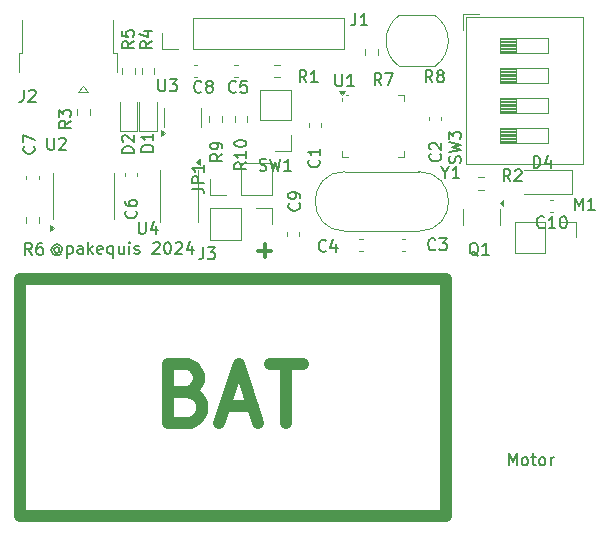
<source format=gbr>
%TF.GenerationSoftware,KiCad,Pcbnew,8.0.1*%
%TF.CreationDate,2024-06-30T08:56:46-03:00*%
%TF.ProjectId,chaos_papagali,6368616f-735f-4706-9170-6167616c692e,rev?*%
%TF.SameCoordinates,Original*%
%TF.FileFunction,Legend,Top*%
%TF.FilePolarity,Positive*%
%FSLAX46Y46*%
G04 Gerber Fmt 4.6, Leading zero omitted, Abs format (unit mm)*
G04 Created by KiCad (PCBNEW 8.0.1) date 2024-06-30 08:56:46*
%MOMM*%
%LPD*%
G01*
G04 APERTURE LIST*
%ADD10C,1.000000*%
%ADD11C,0.200000*%
%ADD12C,0.300000*%
%ADD13C,0.150000*%
%ADD14C,0.120000*%
G04 APERTURE END LIST*
D10*
X109855000Y-96393000D02*
X145923000Y-96393000D01*
X145923000Y-116459000D01*
X109855000Y-116459000D01*
X109855000Y-96393000D01*
X124038036Y-105937047D02*
X124752322Y-106175142D01*
X124752322Y-106175142D02*
X124990417Y-106413238D01*
X124990417Y-106413238D02*
X125228513Y-106889428D01*
X125228513Y-106889428D02*
X125228513Y-107603714D01*
X125228513Y-107603714D02*
X124990417Y-108079904D01*
X124990417Y-108079904D02*
X124752322Y-108318000D01*
X124752322Y-108318000D02*
X124276132Y-108556095D01*
X124276132Y-108556095D02*
X122371370Y-108556095D01*
X122371370Y-108556095D02*
X122371370Y-103556095D01*
X122371370Y-103556095D02*
X124038036Y-103556095D01*
X124038036Y-103556095D02*
X124514227Y-103794190D01*
X124514227Y-103794190D02*
X124752322Y-104032285D01*
X124752322Y-104032285D02*
X124990417Y-104508476D01*
X124990417Y-104508476D02*
X124990417Y-104984666D01*
X124990417Y-104984666D02*
X124752322Y-105460857D01*
X124752322Y-105460857D02*
X124514227Y-105698952D01*
X124514227Y-105698952D02*
X124038036Y-105937047D01*
X124038036Y-105937047D02*
X122371370Y-105937047D01*
X127133274Y-107127523D02*
X129514227Y-107127523D01*
X126657084Y-108556095D02*
X128323751Y-103556095D01*
X128323751Y-103556095D02*
X129990417Y-108556095D01*
X130942798Y-103556095D02*
X133799941Y-103556095D01*
X132371369Y-108556095D02*
X132371369Y-103556095D01*
D11*
X113129720Y-93752028D02*
X113082101Y-93704409D01*
X113082101Y-93704409D02*
X112986863Y-93656790D01*
X112986863Y-93656790D02*
X112891625Y-93656790D01*
X112891625Y-93656790D02*
X112796387Y-93704409D01*
X112796387Y-93704409D02*
X112748768Y-93752028D01*
X112748768Y-93752028D02*
X112701149Y-93847266D01*
X112701149Y-93847266D02*
X112701149Y-93942504D01*
X112701149Y-93942504D02*
X112748768Y-94037742D01*
X112748768Y-94037742D02*
X112796387Y-94085361D01*
X112796387Y-94085361D02*
X112891625Y-94132980D01*
X112891625Y-94132980D02*
X112986863Y-94132980D01*
X112986863Y-94132980D02*
X113082101Y-94085361D01*
X113082101Y-94085361D02*
X113129720Y-94037742D01*
X113129720Y-93656790D02*
X113129720Y-94037742D01*
X113129720Y-94037742D02*
X113177339Y-94085361D01*
X113177339Y-94085361D02*
X113224958Y-94085361D01*
X113224958Y-94085361D02*
X113320197Y-94037742D01*
X113320197Y-94037742D02*
X113367816Y-93942504D01*
X113367816Y-93942504D02*
X113367816Y-93704409D01*
X113367816Y-93704409D02*
X113272578Y-93561552D01*
X113272578Y-93561552D02*
X113129720Y-93466314D01*
X113129720Y-93466314D02*
X112939244Y-93418695D01*
X112939244Y-93418695D02*
X112748768Y-93466314D01*
X112748768Y-93466314D02*
X112605911Y-93561552D01*
X112605911Y-93561552D02*
X112510673Y-93704409D01*
X112510673Y-93704409D02*
X112463054Y-93894885D01*
X112463054Y-93894885D02*
X112510673Y-94085361D01*
X112510673Y-94085361D02*
X112605911Y-94228219D01*
X112605911Y-94228219D02*
X112748768Y-94323457D01*
X112748768Y-94323457D02*
X112939244Y-94371076D01*
X112939244Y-94371076D02*
X113129720Y-94323457D01*
X113129720Y-94323457D02*
X113272578Y-94228219D01*
X113796387Y-93561552D02*
X113796387Y-94561552D01*
X113796387Y-93609171D02*
X113891625Y-93561552D01*
X113891625Y-93561552D02*
X114082101Y-93561552D01*
X114082101Y-93561552D02*
X114177339Y-93609171D01*
X114177339Y-93609171D02*
X114224958Y-93656790D01*
X114224958Y-93656790D02*
X114272577Y-93752028D01*
X114272577Y-93752028D02*
X114272577Y-94037742D01*
X114272577Y-94037742D02*
X114224958Y-94132980D01*
X114224958Y-94132980D02*
X114177339Y-94180600D01*
X114177339Y-94180600D02*
X114082101Y-94228219D01*
X114082101Y-94228219D02*
X113891625Y-94228219D01*
X113891625Y-94228219D02*
X113796387Y-94180600D01*
X115129720Y-94228219D02*
X115129720Y-93704409D01*
X115129720Y-93704409D02*
X115082101Y-93609171D01*
X115082101Y-93609171D02*
X114986863Y-93561552D01*
X114986863Y-93561552D02*
X114796387Y-93561552D01*
X114796387Y-93561552D02*
X114701149Y-93609171D01*
X115129720Y-94180600D02*
X115034482Y-94228219D01*
X115034482Y-94228219D02*
X114796387Y-94228219D01*
X114796387Y-94228219D02*
X114701149Y-94180600D01*
X114701149Y-94180600D02*
X114653530Y-94085361D01*
X114653530Y-94085361D02*
X114653530Y-93990123D01*
X114653530Y-93990123D02*
X114701149Y-93894885D01*
X114701149Y-93894885D02*
X114796387Y-93847266D01*
X114796387Y-93847266D02*
X115034482Y-93847266D01*
X115034482Y-93847266D02*
X115129720Y-93799647D01*
X115605911Y-94228219D02*
X115605911Y-93228219D01*
X115701149Y-93847266D02*
X115986863Y-94228219D01*
X115986863Y-93561552D02*
X115605911Y-93942504D01*
X116796387Y-94180600D02*
X116701149Y-94228219D01*
X116701149Y-94228219D02*
X116510673Y-94228219D01*
X116510673Y-94228219D02*
X116415435Y-94180600D01*
X116415435Y-94180600D02*
X116367816Y-94085361D01*
X116367816Y-94085361D02*
X116367816Y-93704409D01*
X116367816Y-93704409D02*
X116415435Y-93609171D01*
X116415435Y-93609171D02*
X116510673Y-93561552D01*
X116510673Y-93561552D02*
X116701149Y-93561552D01*
X116701149Y-93561552D02*
X116796387Y-93609171D01*
X116796387Y-93609171D02*
X116844006Y-93704409D01*
X116844006Y-93704409D02*
X116844006Y-93799647D01*
X116844006Y-93799647D02*
X116367816Y-93894885D01*
X117701149Y-93561552D02*
X117701149Y-94561552D01*
X117701149Y-94180600D02*
X117605911Y-94228219D01*
X117605911Y-94228219D02*
X117415435Y-94228219D01*
X117415435Y-94228219D02*
X117320197Y-94180600D01*
X117320197Y-94180600D02*
X117272578Y-94132980D01*
X117272578Y-94132980D02*
X117224959Y-94037742D01*
X117224959Y-94037742D02*
X117224959Y-93752028D01*
X117224959Y-93752028D02*
X117272578Y-93656790D01*
X117272578Y-93656790D02*
X117320197Y-93609171D01*
X117320197Y-93609171D02*
X117415435Y-93561552D01*
X117415435Y-93561552D02*
X117605911Y-93561552D01*
X117605911Y-93561552D02*
X117701149Y-93609171D01*
X118605911Y-93561552D02*
X118605911Y-94228219D01*
X118177340Y-93561552D02*
X118177340Y-94085361D01*
X118177340Y-94085361D02*
X118224959Y-94180600D01*
X118224959Y-94180600D02*
X118320197Y-94228219D01*
X118320197Y-94228219D02*
X118463054Y-94228219D01*
X118463054Y-94228219D02*
X118558292Y-94180600D01*
X118558292Y-94180600D02*
X118605911Y-94132980D01*
X119082102Y-94228219D02*
X119082102Y-93561552D01*
X119082102Y-93228219D02*
X119034483Y-93275838D01*
X119034483Y-93275838D02*
X119082102Y-93323457D01*
X119082102Y-93323457D02*
X119129721Y-93275838D01*
X119129721Y-93275838D02*
X119082102Y-93228219D01*
X119082102Y-93228219D02*
X119082102Y-93323457D01*
X119510673Y-94180600D02*
X119605911Y-94228219D01*
X119605911Y-94228219D02*
X119796387Y-94228219D01*
X119796387Y-94228219D02*
X119891625Y-94180600D01*
X119891625Y-94180600D02*
X119939244Y-94085361D01*
X119939244Y-94085361D02*
X119939244Y-94037742D01*
X119939244Y-94037742D02*
X119891625Y-93942504D01*
X119891625Y-93942504D02*
X119796387Y-93894885D01*
X119796387Y-93894885D02*
X119653530Y-93894885D01*
X119653530Y-93894885D02*
X119558292Y-93847266D01*
X119558292Y-93847266D02*
X119510673Y-93752028D01*
X119510673Y-93752028D02*
X119510673Y-93704409D01*
X119510673Y-93704409D02*
X119558292Y-93609171D01*
X119558292Y-93609171D02*
X119653530Y-93561552D01*
X119653530Y-93561552D02*
X119796387Y-93561552D01*
X119796387Y-93561552D02*
X119891625Y-93609171D01*
X121082102Y-93323457D02*
X121129721Y-93275838D01*
X121129721Y-93275838D02*
X121224959Y-93228219D01*
X121224959Y-93228219D02*
X121463054Y-93228219D01*
X121463054Y-93228219D02*
X121558292Y-93275838D01*
X121558292Y-93275838D02*
X121605911Y-93323457D01*
X121605911Y-93323457D02*
X121653530Y-93418695D01*
X121653530Y-93418695D02*
X121653530Y-93513933D01*
X121653530Y-93513933D02*
X121605911Y-93656790D01*
X121605911Y-93656790D02*
X121034483Y-94228219D01*
X121034483Y-94228219D02*
X121653530Y-94228219D01*
X122272578Y-93228219D02*
X122367816Y-93228219D01*
X122367816Y-93228219D02*
X122463054Y-93275838D01*
X122463054Y-93275838D02*
X122510673Y-93323457D01*
X122510673Y-93323457D02*
X122558292Y-93418695D01*
X122558292Y-93418695D02*
X122605911Y-93609171D01*
X122605911Y-93609171D02*
X122605911Y-93847266D01*
X122605911Y-93847266D02*
X122558292Y-94037742D01*
X122558292Y-94037742D02*
X122510673Y-94132980D01*
X122510673Y-94132980D02*
X122463054Y-94180600D01*
X122463054Y-94180600D02*
X122367816Y-94228219D01*
X122367816Y-94228219D02*
X122272578Y-94228219D01*
X122272578Y-94228219D02*
X122177340Y-94180600D01*
X122177340Y-94180600D02*
X122129721Y-94132980D01*
X122129721Y-94132980D02*
X122082102Y-94037742D01*
X122082102Y-94037742D02*
X122034483Y-93847266D01*
X122034483Y-93847266D02*
X122034483Y-93609171D01*
X122034483Y-93609171D02*
X122082102Y-93418695D01*
X122082102Y-93418695D02*
X122129721Y-93323457D01*
X122129721Y-93323457D02*
X122177340Y-93275838D01*
X122177340Y-93275838D02*
X122272578Y-93228219D01*
X122986864Y-93323457D02*
X123034483Y-93275838D01*
X123034483Y-93275838D02*
X123129721Y-93228219D01*
X123129721Y-93228219D02*
X123367816Y-93228219D01*
X123367816Y-93228219D02*
X123463054Y-93275838D01*
X123463054Y-93275838D02*
X123510673Y-93323457D01*
X123510673Y-93323457D02*
X123558292Y-93418695D01*
X123558292Y-93418695D02*
X123558292Y-93513933D01*
X123558292Y-93513933D02*
X123510673Y-93656790D01*
X123510673Y-93656790D02*
X122939245Y-94228219D01*
X122939245Y-94228219D02*
X123558292Y-94228219D01*
X124415435Y-93561552D02*
X124415435Y-94228219D01*
X124177340Y-93180600D02*
X123939245Y-93894885D01*
X123939245Y-93894885D02*
X124558292Y-93894885D01*
D12*
X129967510Y-93971400D02*
X131110368Y-93971400D01*
X130538939Y-94542828D02*
X130538939Y-93399971D01*
D13*
X151212779Y-112137819D02*
X151212779Y-111137819D01*
X151212779Y-111137819D02*
X151546112Y-111852104D01*
X151546112Y-111852104D02*
X151879445Y-111137819D01*
X151879445Y-111137819D02*
X151879445Y-112137819D01*
X152498493Y-112137819D02*
X152403255Y-112090200D01*
X152403255Y-112090200D02*
X152355636Y-112042580D01*
X152355636Y-112042580D02*
X152308017Y-111947342D01*
X152308017Y-111947342D02*
X152308017Y-111661628D01*
X152308017Y-111661628D02*
X152355636Y-111566390D01*
X152355636Y-111566390D02*
X152403255Y-111518771D01*
X152403255Y-111518771D02*
X152498493Y-111471152D01*
X152498493Y-111471152D02*
X152641350Y-111471152D01*
X152641350Y-111471152D02*
X152736588Y-111518771D01*
X152736588Y-111518771D02*
X152784207Y-111566390D01*
X152784207Y-111566390D02*
X152831826Y-111661628D01*
X152831826Y-111661628D02*
X152831826Y-111947342D01*
X152831826Y-111947342D02*
X152784207Y-112042580D01*
X152784207Y-112042580D02*
X152736588Y-112090200D01*
X152736588Y-112090200D02*
X152641350Y-112137819D01*
X152641350Y-112137819D02*
X152498493Y-112137819D01*
X153117541Y-111471152D02*
X153498493Y-111471152D01*
X153260398Y-111137819D02*
X153260398Y-111994961D01*
X153260398Y-111994961D02*
X153308017Y-112090200D01*
X153308017Y-112090200D02*
X153403255Y-112137819D01*
X153403255Y-112137819D02*
X153498493Y-112137819D01*
X153974684Y-112137819D02*
X153879446Y-112090200D01*
X153879446Y-112090200D02*
X153831827Y-112042580D01*
X153831827Y-112042580D02*
X153784208Y-111947342D01*
X153784208Y-111947342D02*
X153784208Y-111661628D01*
X153784208Y-111661628D02*
X153831827Y-111566390D01*
X153831827Y-111566390D02*
X153879446Y-111518771D01*
X153879446Y-111518771D02*
X153974684Y-111471152D01*
X153974684Y-111471152D02*
X154117541Y-111471152D01*
X154117541Y-111471152D02*
X154212779Y-111518771D01*
X154212779Y-111518771D02*
X154260398Y-111566390D01*
X154260398Y-111566390D02*
X154308017Y-111661628D01*
X154308017Y-111661628D02*
X154308017Y-111947342D01*
X154308017Y-111947342D02*
X154260398Y-112042580D01*
X154260398Y-112042580D02*
X154212779Y-112090200D01*
X154212779Y-112090200D02*
X154117541Y-112137819D01*
X154117541Y-112137819D02*
X153974684Y-112137819D01*
X154736589Y-112137819D02*
X154736589Y-111471152D01*
X154736589Y-111661628D02*
X154784208Y-111566390D01*
X154784208Y-111566390D02*
X154831827Y-111518771D01*
X154831827Y-111518771D02*
X154927065Y-111471152D01*
X154927065Y-111471152D02*
X155022303Y-111471152D01*
X125182333Y-80496580D02*
X125134714Y-80544200D01*
X125134714Y-80544200D02*
X124991857Y-80591819D01*
X124991857Y-80591819D02*
X124896619Y-80591819D01*
X124896619Y-80591819D02*
X124753762Y-80544200D01*
X124753762Y-80544200D02*
X124658524Y-80448961D01*
X124658524Y-80448961D02*
X124610905Y-80353723D01*
X124610905Y-80353723D02*
X124563286Y-80163247D01*
X124563286Y-80163247D02*
X124563286Y-80020390D01*
X124563286Y-80020390D02*
X124610905Y-79829914D01*
X124610905Y-79829914D02*
X124658524Y-79734676D01*
X124658524Y-79734676D02*
X124753762Y-79639438D01*
X124753762Y-79639438D02*
X124896619Y-79591819D01*
X124896619Y-79591819D02*
X124991857Y-79591819D01*
X124991857Y-79591819D02*
X125134714Y-79639438D01*
X125134714Y-79639438D02*
X125182333Y-79687057D01*
X125753762Y-80020390D02*
X125658524Y-79972771D01*
X125658524Y-79972771D02*
X125610905Y-79925152D01*
X125610905Y-79925152D02*
X125563286Y-79829914D01*
X125563286Y-79829914D02*
X125563286Y-79782295D01*
X125563286Y-79782295D02*
X125610905Y-79687057D01*
X125610905Y-79687057D02*
X125658524Y-79639438D01*
X125658524Y-79639438D02*
X125753762Y-79591819D01*
X125753762Y-79591819D02*
X125944238Y-79591819D01*
X125944238Y-79591819D02*
X126039476Y-79639438D01*
X126039476Y-79639438D02*
X126087095Y-79687057D01*
X126087095Y-79687057D02*
X126134714Y-79782295D01*
X126134714Y-79782295D02*
X126134714Y-79829914D01*
X126134714Y-79829914D02*
X126087095Y-79925152D01*
X126087095Y-79925152D02*
X126039476Y-79972771D01*
X126039476Y-79972771D02*
X125944238Y-80020390D01*
X125944238Y-80020390D02*
X125753762Y-80020390D01*
X125753762Y-80020390D02*
X125658524Y-80068009D01*
X125658524Y-80068009D02*
X125610905Y-80115628D01*
X125610905Y-80115628D02*
X125563286Y-80210866D01*
X125563286Y-80210866D02*
X125563286Y-80401342D01*
X125563286Y-80401342D02*
X125610905Y-80496580D01*
X125610905Y-80496580D02*
X125658524Y-80544200D01*
X125658524Y-80544200D02*
X125753762Y-80591819D01*
X125753762Y-80591819D02*
X125944238Y-80591819D01*
X125944238Y-80591819D02*
X126039476Y-80544200D01*
X126039476Y-80544200D02*
X126087095Y-80496580D01*
X126087095Y-80496580D02*
X126134714Y-80401342D01*
X126134714Y-80401342D02*
X126134714Y-80210866D01*
X126134714Y-80210866D02*
X126087095Y-80115628D01*
X126087095Y-80115628D02*
X126039476Y-80068009D01*
X126039476Y-80068009D02*
X125944238Y-80020390D01*
X110156666Y-80353819D02*
X110156666Y-81068104D01*
X110156666Y-81068104D02*
X110109047Y-81210961D01*
X110109047Y-81210961D02*
X110013809Y-81306200D01*
X110013809Y-81306200D02*
X109870952Y-81353819D01*
X109870952Y-81353819D02*
X109775714Y-81353819D01*
X110585238Y-80449057D02*
X110632857Y-80401438D01*
X110632857Y-80401438D02*
X110728095Y-80353819D01*
X110728095Y-80353819D02*
X110966190Y-80353819D01*
X110966190Y-80353819D02*
X111061428Y-80401438D01*
X111061428Y-80401438D02*
X111109047Y-80449057D01*
X111109047Y-80449057D02*
X111156666Y-80544295D01*
X111156666Y-80544295D02*
X111156666Y-80639533D01*
X111156666Y-80639533D02*
X111109047Y-80782390D01*
X111109047Y-80782390D02*
X110537619Y-81353819D01*
X110537619Y-81353819D02*
X111156666Y-81353819D01*
X128103333Y-80496580D02*
X128055714Y-80544200D01*
X128055714Y-80544200D02*
X127912857Y-80591819D01*
X127912857Y-80591819D02*
X127817619Y-80591819D01*
X127817619Y-80591819D02*
X127674762Y-80544200D01*
X127674762Y-80544200D02*
X127579524Y-80448961D01*
X127579524Y-80448961D02*
X127531905Y-80353723D01*
X127531905Y-80353723D02*
X127484286Y-80163247D01*
X127484286Y-80163247D02*
X127484286Y-80020390D01*
X127484286Y-80020390D02*
X127531905Y-79829914D01*
X127531905Y-79829914D02*
X127579524Y-79734676D01*
X127579524Y-79734676D02*
X127674762Y-79639438D01*
X127674762Y-79639438D02*
X127817619Y-79591819D01*
X127817619Y-79591819D02*
X127912857Y-79591819D01*
X127912857Y-79591819D02*
X128055714Y-79639438D01*
X128055714Y-79639438D02*
X128103333Y-79687057D01*
X129008095Y-79591819D02*
X128531905Y-79591819D01*
X128531905Y-79591819D02*
X128484286Y-80068009D01*
X128484286Y-80068009D02*
X128531905Y-80020390D01*
X128531905Y-80020390D02*
X128627143Y-79972771D01*
X128627143Y-79972771D02*
X128865238Y-79972771D01*
X128865238Y-79972771D02*
X128960476Y-80020390D01*
X128960476Y-80020390D02*
X129008095Y-80068009D01*
X129008095Y-80068009D02*
X129055714Y-80163247D01*
X129055714Y-80163247D02*
X129055714Y-80401342D01*
X129055714Y-80401342D02*
X129008095Y-80496580D01*
X129008095Y-80496580D02*
X128960476Y-80544200D01*
X128960476Y-80544200D02*
X128865238Y-80591819D01*
X128865238Y-80591819D02*
X128627143Y-80591819D01*
X128627143Y-80591819D02*
X128531905Y-80544200D01*
X128531905Y-80544200D02*
X128484286Y-80496580D01*
X110831333Y-94307819D02*
X110498000Y-93831628D01*
X110259905Y-94307819D02*
X110259905Y-93307819D01*
X110259905Y-93307819D02*
X110640857Y-93307819D01*
X110640857Y-93307819D02*
X110736095Y-93355438D01*
X110736095Y-93355438D02*
X110783714Y-93403057D01*
X110783714Y-93403057D02*
X110831333Y-93498295D01*
X110831333Y-93498295D02*
X110831333Y-93641152D01*
X110831333Y-93641152D02*
X110783714Y-93736390D01*
X110783714Y-93736390D02*
X110736095Y-93784009D01*
X110736095Y-93784009D02*
X110640857Y-93831628D01*
X110640857Y-93831628D02*
X110259905Y-93831628D01*
X111688476Y-93307819D02*
X111498000Y-93307819D01*
X111498000Y-93307819D02*
X111402762Y-93355438D01*
X111402762Y-93355438D02*
X111355143Y-93403057D01*
X111355143Y-93403057D02*
X111259905Y-93545914D01*
X111259905Y-93545914D02*
X111212286Y-93736390D01*
X111212286Y-93736390D02*
X111212286Y-94117342D01*
X111212286Y-94117342D02*
X111259905Y-94212580D01*
X111259905Y-94212580D02*
X111307524Y-94260200D01*
X111307524Y-94260200D02*
X111402762Y-94307819D01*
X111402762Y-94307819D02*
X111593238Y-94307819D01*
X111593238Y-94307819D02*
X111688476Y-94260200D01*
X111688476Y-94260200D02*
X111736095Y-94212580D01*
X111736095Y-94212580D02*
X111783714Y-94117342D01*
X111783714Y-94117342D02*
X111783714Y-93879247D01*
X111783714Y-93879247D02*
X111736095Y-93784009D01*
X111736095Y-93784009D02*
X111688476Y-93736390D01*
X111688476Y-93736390D02*
X111593238Y-93688771D01*
X111593238Y-93688771D02*
X111402762Y-93688771D01*
X111402762Y-93688771D02*
X111307524Y-93736390D01*
X111307524Y-93736390D02*
X111259905Y-93784009D01*
X111259905Y-93784009D02*
X111212286Y-93879247D01*
X121539095Y-79464819D02*
X121539095Y-80274342D01*
X121539095Y-80274342D02*
X121586714Y-80369580D01*
X121586714Y-80369580D02*
X121634333Y-80417200D01*
X121634333Y-80417200D02*
X121729571Y-80464819D01*
X121729571Y-80464819D02*
X121920047Y-80464819D01*
X121920047Y-80464819D02*
X122015285Y-80417200D01*
X122015285Y-80417200D02*
X122062904Y-80369580D01*
X122062904Y-80369580D02*
X122110523Y-80274342D01*
X122110523Y-80274342D02*
X122110523Y-79464819D01*
X122491476Y-79464819D02*
X123110523Y-79464819D01*
X123110523Y-79464819D02*
X122777190Y-79845771D01*
X122777190Y-79845771D02*
X122920047Y-79845771D01*
X122920047Y-79845771D02*
X123015285Y-79893390D01*
X123015285Y-79893390D02*
X123062904Y-79941009D01*
X123062904Y-79941009D02*
X123110523Y-80036247D01*
X123110523Y-80036247D02*
X123110523Y-80274342D01*
X123110523Y-80274342D02*
X123062904Y-80369580D01*
X123062904Y-80369580D02*
X123015285Y-80417200D01*
X123015285Y-80417200D02*
X122920047Y-80464819D01*
X122920047Y-80464819D02*
X122634333Y-80464819D01*
X122634333Y-80464819D02*
X122539095Y-80417200D01*
X122539095Y-80417200D02*
X122491476Y-80369580D01*
X126946819Y-85764666D02*
X126470628Y-86097999D01*
X126946819Y-86336094D02*
X125946819Y-86336094D01*
X125946819Y-86336094D02*
X125946819Y-85955142D01*
X125946819Y-85955142D02*
X125994438Y-85859904D01*
X125994438Y-85859904D02*
X126042057Y-85812285D01*
X126042057Y-85812285D02*
X126137295Y-85764666D01*
X126137295Y-85764666D02*
X126280152Y-85764666D01*
X126280152Y-85764666D02*
X126375390Y-85812285D01*
X126375390Y-85812285D02*
X126423009Y-85859904D01*
X126423009Y-85859904D02*
X126470628Y-85955142D01*
X126470628Y-85955142D02*
X126470628Y-86336094D01*
X126946819Y-85288475D02*
X126946819Y-85097999D01*
X126946819Y-85097999D02*
X126899200Y-85002761D01*
X126899200Y-85002761D02*
X126851580Y-84955142D01*
X126851580Y-84955142D02*
X126708723Y-84859904D01*
X126708723Y-84859904D02*
X126518247Y-84812285D01*
X126518247Y-84812285D02*
X126137295Y-84812285D01*
X126137295Y-84812285D02*
X126042057Y-84859904D01*
X126042057Y-84859904D02*
X125994438Y-84907523D01*
X125994438Y-84907523D02*
X125946819Y-85002761D01*
X125946819Y-85002761D02*
X125946819Y-85193237D01*
X125946819Y-85193237D02*
X125994438Y-85288475D01*
X125994438Y-85288475D02*
X126042057Y-85336094D01*
X126042057Y-85336094D02*
X126137295Y-85383713D01*
X126137295Y-85383713D02*
X126375390Y-85383713D01*
X126375390Y-85383713D02*
X126470628Y-85336094D01*
X126470628Y-85336094D02*
X126518247Y-85288475D01*
X126518247Y-85288475D02*
X126565866Y-85193237D01*
X126565866Y-85193237D02*
X126565866Y-85002761D01*
X126565866Y-85002761D02*
X126518247Y-84907523D01*
X126518247Y-84907523D02*
X126470628Y-84859904D01*
X126470628Y-84859904D02*
X126375390Y-84812285D01*
X128978819Y-86494857D02*
X128502628Y-86828190D01*
X128978819Y-87066285D02*
X127978819Y-87066285D01*
X127978819Y-87066285D02*
X127978819Y-86685333D01*
X127978819Y-86685333D02*
X128026438Y-86590095D01*
X128026438Y-86590095D02*
X128074057Y-86542476D01*
X128074057Y-86542476D02*
X128169295Y-86494857D01*
X128169295Y-86494857D02*
X128312152Y-86494857D01*
X128312152Y-86494857D02*
X128407390Y-86542476D01*
X128407390Y-86542476D02*
X128455009Y-86590095D01*
X128455009Y-86590095D02*
X128502628Y-86685333D01*
X128502628Y-86685333D02*
X128502628Y-87066285D01*
X128978819Y-85542476D02*
X128978819Y-86113904D01*
X128978819Y-85828190D02*
X127978819Y-85828190D01*
X127978819Y-85828190D02*
X128121676Y-85923428D01*
X128121676Y-85923428D02*
X128216914Y-86018666D01*
X128216914Y-86018666D02*
X128264533Y-86113904D01*
X127978819Y-84923428D02*
X127978819Y-84828190D01*
X127978819Y-84828190D02*
X128026438Y-84732952D01*
X128026438Y-84732952D02*
X128074057Y-84685333D01*
X128074057Y-84685333D02*
X128169295Y-84637714D01*
X128169295Y-84637714D02*
X128359771Y-84590095D01*
X128359771Y-84590095D02*
X128597866Y-84590095D01*
X128597866Y-84590095D02*
X128788342Y-84637714D01*
X128788342Y-84637714D02*
X128883580Y-84685333D01*
X128883580Y-84685333D02*
X128931200Y-84732952D01*
X128931200Y-84732952D02*
X128978819Y-84828190D01*
X128978819Y-84828190D02*
X128978819Y-84923428D01*
X128978819Y-84923428D02*
X128931200Y-85018666D01*
X128931200Y-85018666D02*
X128883580Y-85066285D01*
X128883580Y-85066285D02*
X128788342Y-85113904D01*
X128788342Y-85113904D02*
X128597866Y-85161523D01*
X128597866Y-85161523D02*
X128359771Y-85161523D01*
X128359771Y-85161523D02*
X128169295Y-85113904D01*
X128169295Y-85113904D02*
X128074057Y-85066285D01*
X128074057Y-85066285D02*
X128026438Y-85018666D01*
X128026438Y-85018666D02*
X127978819Y-84923428D01*
X136525095Y-79035819D02*
X136525095Y-79845342D01*
X136525095Y-79845342D02*
X136572714Y-79940580D01*
X136572714Y-79940580D02*
X136620333Y-79988200D01*
X136620333Y-79988200D02*
X136715571Y-80035819D01*
X136715571Y-80035819D02*
X136906047Y-80035819D01*
X136906047Y-80035819D02*
X137001285Y-79988200D01*
X137001285Y-79988200D02*
X137048904Y-79940580D01*
X137048904Y-79940580D02*
X137096523Y-79845342D01*
X137096523Y-79845342D02*
X137096523Y-79035819D01*
X138096523Y-80035819D02*
X137525095Y-80035819D01*
X137810809Y-80035819D02*
X137810809Y-79035819D01*
X137810809Y-79035819D02*
X137715571Y-79178676D01*
X137715571Y-79178676D02*
X137620333Y-79273914D01*
X137620333Y-79273914D02*
X137525095Y-79321533D01*
X133455580Y-89955666D02*
X133503200Y-90003285D01*
X133503200Y-90003285D02*
X133550819Y-90146142D01*
X133550819Y-90146142D02*
X133550819Y-90241380D01*
X133550819Y-90241380D02*
X133503200Y-90384237D01*
X133503200Y-90384237D02*
X133407961Y-90479475D01*
X133407961Y-90479475D02*
X133312723Y-90527094D01*
X133312723Y-90527094D02*
X133122247Y-90574713D01*
X133122247Y-90574713D02*
X132979390Y-90574713D01*
X132979390Y-90574713D02*
X132788914Y-90527094D01*
X132788914Y-90527094D02*
X132693676Y-90479475D01*
X132693676Y-90479475D02*
X132598438Y-90384237D01*
X132598438Y-90384237D02*
X132550819Y-90241380D01*
X132550819Y-90241380D02*
X132550819Y-90146142D01*
X132550819Y-90146142D02*
X132598438Y-90003285D01*
X132598438Y-90003285D02*
X132646057Y-89955666D01*
X133550819Y-89479475D02*
X133550819Y-89288999D01*
X133550819Y-89288999D02*
X133503200Y-89193761D01*
X133503200Y-89193761D02*
X133455580Y-89146142D01*
X133455580Y-89146142D02*
X133312723Y-89050904D01*
X133312723Y-89050904D02*
X133122247Y-89003285D01*
X133122247Y-89003285D02*
X132741295Y-89003285D01*
X132741295Y-89003285D02*
X132646057Y-89050904D01*
X132646057Y-89050904D02*
X132598438Y-89098523D01*
X132598438Y-89098523D02*
X132550819Y-89193761D01*
X132550819Y-89193761D02*
X132550819Y-89384237D01*
X132550819Y-89384237D02*
X132598438Y-89479475D01*
X132598438Y-89479475D02*
X132646057Y-89527094D01*
X132646057Y-89527094D02*
X132741295Y-89574713D01*
X132741295Y-89574713D02*
X132979390Y-89574713D01*
X132979390Y-89574713D02*
X133074628Y-89527094D01*
X133074628Y-89527094D02*
X133122247Y-89479475D01*
X133122247Y-89479475D02*
X133169866Y-89384237D01*
X133169866Y-89384237D02*
X133169866Y-89193761D01*
X133169866Y-89193761D02*
X133122247Y-89098523D01*
X133122247Y-89098523D02*
X133074628Y-89050904D01*
X133074628Y-89050904D02*
X132979390Y-89003285D01*
X135723333Y-93958580D02*
X135675714Y-94006200D01*
X135675714Y-94006200D02*
X135532857Y-94053819D01*
X135532857Y-94053819D02*
X135437619Y-94053819D01*
X135437619Y-94053819D02*
X135294762Y-94006200D01*
X135294762Y-94006200D02*
X135199524Y-93910961D01*
X135199524Y-93910961D02*
X135151905Y-93815723D01*
X135151905Y-93815723D02*
X135104286Y-93625247D01*
X135104286Y-93625247D02*
X135104286Y-93482390D01*
X135104286Y-93482390D02*
X135151905Y-93291914D01*
X135151905Y-93291914D02*
X135199524Y-93196676D01*
X135199524Y-93196676D02*
X135294762Y-93101438D01*
X135294762Y-93101438D02*
X135437619Y-93053819D01*
X135437619Y-93053819D02*
X135532857Y-93053819D01*
X135532857Y-93053819D02*
X135675714Y-93101438D01*
X135675714Y-93101438D02*
X135723333Y-93149057D01*
X136580476Y-93387152D02*
X136580476Y-94053819D01*
X136342381Y-93006200D02*
X136104286Y-93720485D01*
X136104286Y-93720485D02*
X136723333Y-93720485D01*
X120977819Y-76239666D02*
X120501628Y-76572999D01*
X120977819Y-76811094D02*
X119977819Y-76811094D01*
X119977819Y-76811094D02*
X119977819Y-76430142D01*
X119977819Y-76430142D02*
X120025438Y-76334904D01*
X120025438Y-76334904D02*
X120073057Y-76287285D01*
X120073057Y-76287285D02*
X120168295Y-76239666D01*
X120168295Y-76239666D02*
X120311152Y-76239666D01*
X120311152Y-76239666D02*
X120406390Y-76287285D01*
X120406390Y-76287285D02*
X120454009Y-76334904D01*
X120454009Y-76334904D02*
X120501628Y-76430142D01*
X120501628Y-76430142D02*
X120501628Y-76811094D01*
X120311152Y-75382523D02*
X120977819Y-75382523D01*
X119930200Y-75620618D02*
X120644485Y-75858713D01*
X120644485Y-75858713D02*
X120644485Y-75239666D01*
X144740333Y-79702819D02*
X144407000Y-79226628D01*
X144168905Y-79702819D02*
X144168905Y-78702819D01*
X144168905Y-78702819D02*
X144549857Y-78702819D01*
X144549857Y-78702819D02*
X144645095Y-78750438D01*
X144645095Y-78750438D02*
X144692714Y-78798057D01*
X144692714Y-78798057D02*
X144740333Y-78893295D01*
X144740333Y-78893295D02*
X144740333Y-79036152D01*
X144740333Y-79036152D02*
X144692714Y-79131390D01*
X144692714Y-79131390D02*
X144645095Y-79179009D01*
X144645095Y-79179009D02*
X144549857Y-79226628D01*
X144549857Y-79226628D02*
X144168905Y-79226628D01*
X145311762Y-79131390D02*
X145216524Y-79083771D01*
X145216524Y-79083771D02*
X145168905Y-79036152D01*
X145168905Y-79036152D02*
X145121286Y-78940914D01*
X145121286Y-78940914D02*
X145121286Y-78893295D01*
X145121286Y-78893295D02*
X145168905Y-78798057D01*
X145168905Y-78798057D02*
X145216524Y-78750438D01*
X145216524Y-78750438D02*
X145311762Y-78702819D01*
X145311762Y-78702819D02*
X145502238Y-78702819D01*
X145502238Y-78702819D02*
X145597476Y-78750438D01*
X145597476Y-78750438D02*
X145645095Y-78798057D01*
X145645095Y-78798057D02*
X145692714Y-78893295D01*
X145692714Y-78893295D02*
X145692714Y-78940914D01*
X145692714Y-78940914D02*
X145645095Y-79036152D01*
X145645095Y-79036152D02*
X145597476Y-79083771D01*
X145597476Y-79083771D02*
X145502238Y-79131390D01*
X145502238Y-79131390D02*
X145311762Y-79131390D01*
X145311762Y-79131390D02*
X145216524Y-79179009D01*
X145216524Y-79179009D02*
X145168905Y-79226628D01*
X145168905Y-79226628D02*
X145121286Y-79321866D01*
X145121286Y-79321866D02*
X145121286Y-79512342D01*
X145121286Y-79512342D02*
X145168905Y-79607580D01*
X145168905Y-79607580D02*
X145216524Y-79655200D01*
X145216524Y-79655200D02*
X145311762Y-79702819D01*
X145311762Y-79702819D02*
X145502238Y-79702819D01*
X145502238Y-79702819D02*
X145597476Y-79655200D01*
X145597476Y-79655200D02*
X145645095Y-79607580D01*
X145645095Y-79607580D02*
X145692714Y-79512342D01*
X145692714Y-79512342D02*
X145692714Y-79321866D01*
X145692714Y-79321866D02*
X145645095Y-79226628D01*
X145645095Y-79226628D02*
X145597476Y-79179009D01*
X145597476Y-79179009D02*
X145502238Y-79131390D01*
X119453819Y-85701094D02*
X118453819Y-85701094D01*
X118453819Y-85701094D02*
X118453819Y-85462999D01*
X118453819Y-85462999D02*
X118501438Y-85320142D01*
X118501438Y-85320142D02*
X118596676Y-85224904D01*
X118596676Y-85224904D02*
X118691914Y-85177285D01*
X118691914Y-85177285D02*
X118882390Y-85129666D01*
X118882390Y-85129666D02*
X119025247Y-85129666D01*
X119025247Y-85129666D02*
X119215723Y-85177285D01*
X119215723Y-85177285D02*
X119310961Y-85224904D01*
X119310961Y-85224904D02*
X119406200Y-85320142D01*
X119406200Y-85320142D02*
X119453819Y-85462999D01*
X119453819Y-85462999D02*
X119453819Y-85701094D01*
X118549057Y-84748713D02*
X118501438Y-84701094D01*
X118501438Y-84701094D02*
X118453819Y-84605856D01*
X118453819Y-84605856D02*
X118453819Y-84367761D01*
X118453819Y-84367761D02*
X118501438Y-84272523D01*
X118501438Y-84272523D02*
X118549057Y-84224904D01*
X118549057Y-84224904D02*
X118644295Y-84177285D01*
X118644295Y-84177285D02*
X118739533Y-84177285D01*
X118739533Y-84177285D02*
X118882390Y-84224904D01*
X118882390Y-84224904D02*
X119453819Y-84796332D01*
X119453819Y-84796332D02*
X119453819Y-84177285D01*
X156797476Y-90497819D02*
X156797476Y-89497819D01*
X156797476Y-89497819D02*
X157130809Y-90212104D01*
X157130809Y-90212104D02*
X157464142Y-89497819D01*
X157464142Y-89497819D02*
X157464142Y-90497819D01*
X158464142Y-90497819D02*
X157892714Y-90497819D01*
X158178428Y-90497819D02*
X158178428Y-89497819D01*
X158178428Y-89497819D02*
X158083190Y-89640676D01*
X158083190Y-89640676D02*
X157987952Y-89735914D01*
X157987952Y-89735914D02*
X157892714Y-89783533D01*
X153313905Y-86941819D02*
X153313905Y-85941819D01*
X153313905Y-85941819D02*
X153552000Y-85941819D01*
X153552000Y-85941819D02*
X153694857Y-85989438D01*
X153694857Y-85989438D02*
X153790095Y-86084676D01*
X153790095Y-86084676D02*
X153837714Y-86179914D01*
X153837714Y-86179914D02*
X153885333Y-86370390D01*
X153885333Y-86370390D02*
X153885333Y-86513247D01*
X153885333Y-86513247D02*
X153837714Y-86703723D01*
X153837714Y-86703723D02*
X153790095Y-86798961D01*
X153790095Y-86798961D02*
X153694857Y-86894200D01*
X153694857Y-86894200D02*
X153552000Y-86941819D01*
X153552000Y-86941819D02*
X153313905Y-86941819D01*
X154742476Y-86275152D02*
X154742476Y-86941819D01*
X154504381Y-85894200D02*
X154266286Y-86608485D01*
X154266286Y-86608485D02*
X154885333Y-86608485D01*
X144994333Y-93831580D02*
X144946714Y-93879200D01*
X144946714Y-93879200D02*
X144803857Y-93926819D01*
X144803857Y-93926819D02*
X144708619Y-93926819D01*
X144708619Y-93926819D02*
X144565762Y-93879200D01*
X144565762Y-93879200D02*
X144470524Y-93783961D01*
X144470524Y-93783961D02*
X144422905Y-93688723D01*
X144422905Y-93688723D02*
X144375286Y-93498247D01*
X144375286Y-93498247D02*
X144375286Y-93355390D01*
X144375286Y-93355390D02*
X144422905Y-93164914D01*
X144422905Y-93164914D02*
X144470524Y-93069676D01*
X144470524Y-93069676D02*
X144565762Y-92974438D01*
X144565762Y-92974438D02*
X144708619Y-92926819D01*
X144708619Y-92926819D02*
X144803857Y-92926819D01*
X144803857Y-92926819D02*
X144946714Y-92974438D01*
X144946714Y-92974438D02*
X144994333Y-93022057D01*
X145327667Y-92926819D02*
X145946714Y-92926819D01*
X145946714Y-92926819D02*
X145613381Y-93307771D01*
X145613381Y-93307771D02*
X145756238Y-93307771D01*
X145756238Y-93307771D02*
X145851476Y-93355390D01*
X145851476Y-93355390D02*
X145899095Y-93403009D01*
X145899095Y-93403009D02*
X145946714Y-93498247D01*
X145946714Y-93498247D02*
X145946714Y-93736342D01*
X145946714Y-93736342D02*
X145899095Y-93831580D01*
X145899095Y-93831580D02*
X145851476Y-93879200D01*
X145851476Y-93879200D02*
X145756238Y-93926819D01*
X145756238Y-93926819D02*
X145470524Y-93926819D01*
X145470524Y-93926819D02*
X145375286Y-93879200D01*
X145375286Y-93879200D02*
X145327667Y-93831580D01*
X110976580Y-85129666D02*
X111024200Y-85177285D01*
X111024200Y-85177285D02*
X111071819Y-85320142D01*
X111071819Y-85320142D02*
X111071819Y-85415380D01*
X111071819Y-85415380D02*
X111024200Y-85558237D01*
X111024200Y-85558237D02*
X110928961Y-85653475D01*
X110928961Y-85653475D02*
X110833723Y-85701094D01*
X110833723Y-85701094D02*
X110643247Y-85748713D01*
X110643247Y-85748713D02*
X110500390Y-85748713D01*
X110500390Y-85748713D02*
X110309914Y-85701094D01*
X110309914Y-85701094D02*
X110214676Y-85653475D01*
X110214676Y-85653475D02*
X110119438Y-85558237D01*
X110119438Y-85558237D02*
X110071819Y-85415380D01*
X110071819Y-85415380D02*
X110071819Y-85320142D01*
X110071819Y-85320142D02*
X110119438Y-85177285D01*
X110119438Y-85177285D02*
X110167057Y-85129666D01*
X110071819Y-84796332D02*
X110071819Y-84129666D01*
X110071819Y-84129666D02*
X111071819Y-84558237D01*
X119453819Y-76239666D02*
X118977628Y-76572999D01*
X119453819Y-76811094D02*
X118453819Y-76811094D01*
X118453819Y-76811094D02*
X118453819Y-76430142D01*
X118453819Y-76430142D02*
X118501438Y-76334904D01*
X118501438Y-76334904D02*
X118549057Y-76287285D01*
X118549057Y-76287285D02*
X118644295Y-76239666D01*
X118644295Y-76239666D02*
X118787152Y-76239666D01*
X118787152Y-76239666D02*
X118882390Y-76287285D01*
X118882390Y-76287285D02*
X118930009Y-76334904D01*
X118930009Y-76334904D02*
X118977628Y-76430142D01*
X118977628Y-76430142D02*
X118977628Y-76811094D01*
X118453819Y-75334904D02*
X118453819Y-75811094D01*
X118453819Y-75811094D02*
X118930009Y-75858713D01*
X118930009Y-75858713D02*
X118882390Y-75811094D01*
X118882390Y-75811094D02*
X118834771Y-75715856D01*
X118834771Y-75715856D02*
X118834771Y-75477761D01*
X118834771Y-75477761D02*
X118882390Y-75382523D01*
X118882390Y-75382523D02*
X118930009Y-75334904D01*
X118930009Y-75334904D02*
X119025247Y-75287285D01*
X119025247Y-75287285D02*
X119263342Y-75287285D01*
X119263342Y-75287285D02*
X119358580Y-75334904D01*
X119358580Y-75334904D02*
X119406200Y-75382523D01*
X119406200Y-75382523D02*
X119453819Y-75477761D01*
X119453819Y-75477761D02*
X119453819Y-75715856D01*
X119453819Y-75715856D02*
X119406200Y-75811094D01*
X119406200Y-75811094D02*
X119358580Y-75858713D01*
X119612580Y-90590666D02*
X119660200Y-90638285D01*
X119660200Y-90638285D02*
X119707819Y-90781142D01*
X119707819Y-90781142D02*
X119707819Y-90876380D01*
X119707819Y-90876380D02*
X119660200Y-91019237D01*
X119660200Y-91019237D02*
X119564961Y-91114475D01*
X119564961Y-91114475D02*
X119469723Y-91162094D01*
X119469723Y-91162094D02*
X119279247Y-91209713D01*
X119279247Y-91209713D02*
X119136390Y-91209713D01*
X119136390Y-91209713D02*
X118945914Y-91162094D01*
X118945914Y-91162094D02*
X118850676Y-91114475D01*
X118850676Y-91114475D02*
X118755438Y-91019237D01*
X118755438Y-91019237D02*
X118707819Y-90876380D01*
X118707819Y-90876380D02*
X118707819Y-90781142D01*
X118707819Y-90781142D02*
X118755438Y-90638285D01*
X118755438Y-90638285D02*
X118803057Y-90590666D01*
X118707819Y-89733523D02*
X118707819Y-89923999D01*
X118707819Y-89923999D02*
X118755438Y-90019237D01*
X118755438Y-90019237D02*
X118803057Y-90066856D01*
X118803057Y-90066856D02*
X118945914Y-90162094D01*
X118945914Y-90162094D02*
X119136390Y-90209713D01*
X119136390Y-90209713D02*
X119517342Y-90209713D01*
X119517342Y-90209713D02*
X119612580Y-90162094D01*
X119612580Y-90162094D02*
X119660200Y-90114475D01*
X119660200Y-90114475D02*
X119707819Y-90019237D01*
X119707819Y-90019237D02*
X119707819Y-89828761D01*
X119707819Y-89828761D02*
X119660200Y-89733523D01*
X119660200Y-89733523D02*
X119612580Y-89685904D01*
X119612580Y-89685904D02*
X119517342Y-89638285D01*
X119517342Y-89638285D02*
X119279247Y-89638285D01*
X119279247Y-89638285D02*
X119184009Y-89685904D01*
X119184009Y-89685904D02*
X119136390Y-89733523D01*
X119136390Y-89733523D02*
X119088771Y-89828761D01*
X119088771Y-89828761D02*
X119088771Y-90019237D01*
X119088771Y-90019237D02*
X119136390Y-90114475D01*
X119136390Y-90114475D02*
X119184009Y-90162094D01*
X119184009Y-90162094D02*
X119279247Y-90209713D01*
X135106580Y-86272666D02*
X135154200Y-86320285D01*
X135154200Y-86320285D02*
X135201819Y-86463142D01*
X135201819Y-86463142D02*
X135201819Y-86558380D01*
X135201819Y-86558380D02*
X135154200Y-86701237D01*
X135154200Y-86701237D02*
X135058961Y-86796475D01*
X135058961Y-86796475D02*
X134963723Y-86844094D01*
X134963723Y-86844094D02*
X134773247Y-86891713D01*
X134773247Y-86891713D02*
X134630390Y-86891713D01*
X134630390Y-86891713D02*
X134439914Y-86844094D01*
X134439914Y-86844094D02*
X134344676Y-86796475D01*
X134344676Y-86796475D02*
X134249438Y-86701237D01*
X134249438Y-86701237D02*
X134201819Y-86558380D01*
X134201819Y-86558380D02*
X134201819Y-86463142D01*
X134201819Y-86463142D02*
X134249438Y-86320285D01*
X134249438Y-86320285D02*
X134297057Y-86272666D01*
X135201819Y-85320285D02*
X135201819Y-85891713D01*
X135201819Y-85605999D02*
X134201819Y-85605999D01*
X134201819Y-85605999D02*
X134344676Y-85701237D01*
X134344676Y-85701237D02*
X134439914Y-85796475D01*
X134439914Y-85796475D02*
X134487533Y-85891713D01*
X134072333Y-79702819D02*
X133739000Y-79226628D01*
X133500905Y-79702819D02*
X133500905Y-78702819D01*
X133500905Y-78702819D02*
X133881857Y-78702819D01*
X133881857Y-78702819D02*
X133977095Y-78750438D01*
X133977095Y-78750438D02*
X134024714Y-78798057D01*
X134024714Y-78798057D02*
X134072333Y-78893295D01*
X134072333Y-78893295D02*
X134072333Y-79036152D01*
X134072333Y-79036152D02*
X134024714Y-79131390D01*
X134024714Y-79131390D02*
X133977095Y-79179009D01*
X133977095Y-79179009D02*
X133881857Y-79226628D01*
X133881857Y-79226628D02*
X133500905Y-79226628D01*
X135024714Y-79702819D02*
X134453286Y-79702819D01*
X134739000Y-79702819D02*
X134739000Y-78702819D01*
X134739000Y-78702819D02*
X134643762Y-78845676D01*
X134643762Y-78845676D02*
X134548524Y-78940914D01*
X134548524Y-78940914D02*
X134453286Y-78988533D01*
X145393580Y-85764666D02*
X145441200Y-85812285D01*
X145441200Y-85812285D02*
X145488819Y-85955142D01*
X145488819Y-85955142D02*
X145488819Y-86050380D01*
X145488819Y-86050380D02*
X145441200Y-86193237D01*
X145441200Y-86193237D02*
X145345961Y-86288475D01*
X145345961Y-86288475D02*
X145250723Y-86336094D01*
X145250723Y-86336094D02*
X145060247Y-86383713D01*
X145060247Y-86383713D02*
X144917390Y-86383713D01*
X144917390Y-86383713D02*
X144726914Y-86336094D01*
X144726914Y-86336094D02*
X144631676Y-86288475D01*
X144631676Y-86288475D02*
X144536438Y-86193237D01*
X144536438Y-86193237D02*
X144488819Y-86050380D01*
X144488819Y-86050380D02*
X144488819Y-85955142D01*
X144488819Y-85955142D02*
X144536438Y-85812285D01*
X144536438Y-85812285D02*
X144584057Y-85764666D01*
X144584057Y-85383713D02*
X144536438Y-85336094D01*
X144536438Y-85336094D02*
X144488819Y-85240856D01*
X144488819Y-85240856D02*
X144488819Y-85002761D01*
X144488819Y-85002761D02*
X144536438Y-84907523D01*
X144536438Y-84907523D02*
X144584057Y-84859904D01*
X144584057Y-84859904D02*
X144679295Y-84812285D01*
X144679295Y-84812285D02*
X144774533Y-84812285D01*
X144774533Y-84812285D02*
X144917390Y-84859904D01*
X144917390Y-84859904D02*
X145488819Y-85431332D01*
X145488819Y-85431332D02*
X145488819Y-84812285D01*
X130111667Y-87148200D02*
X130254524Y-87195819D01*
X130254524Y-87195819D02*
X130492619Y-87195819D01*
X130492619Y-87195819D02*
X130587857Y-87148200D01*
X130587857Y-87148200D02*
X130635476Y-87100580D01*
X130635476Y-87100580D02*
X130683095Y-87005342D01*
X130683095Y-87005342D02*
X130683095Y-86910104D01*
X130683095Y-86910104D02*
X130635476Y-86814866D01*
X130635476Y-86814866D02*
X130587857Y-86767247D01*
X130587857Y-86767247D02*
X130492619Y-86719628D01*
X130492619Y-86719628D02*
X130302143Y-86672009D01*
X130302143Y-86672009D02*
X130206905Y-86624390D01*
X130206905Y-86624390D02*
X130159286Y-86576771D01*
X130159286Y-86576771D02*
X130111667Y-86481533D01*
X130111667Y-86481533D02*
X130111667Y-86386295D01*
X130111667Y-86386295D02*
X130159286Y-86291057D01*
X130159286Y-86291057D02*
X130206905Y-86243438D01*
X130206905Y-86243438D02*
X130302143Y-86195819D01*
X130302143Y-86195819D02*
X130540238Y-86195819D01*
X130540238Y-86195819D02*
X130683095Y-86243438D01*
X131016429Y-86195819D02*
X131254524Y-87195819D01*
X131254524Y-87195819D02*
X131445000Y-86481533D01*
X131445000Y-86481533D02*
X131635476Y-87195819D01*
X131635476Y-87195819D02*
X131873572Y-86195819D01*
X132778333Y-87195819D02*
X132206905Y-87195819D01*
X132492619Y-87195819D02*
X132492619Y-86195819D01*
X132492619Y-86195819D02*
X132397381Y-86338676D01*
X132397381Y-86338676D02*
X132302143Y-86433914D01*
X132302143Y-86433914D02*
X132206905Y-86481533D01*
X154196642Y-91959580D02*
X154149023Y-92007200D01*
X154149023Y-92007200D02*
X154006166Y-92054819D01*
X154006166Y-92054819D02*
X153910928Y-92054819D01*
X153910928Y-92054819D02*
X153768071Y-92007200D01*
X153768071Y-92007200D02*
X153672833Y-91911961D01*
X153672833Y-91911961D02*
X153625214Y-91816723D01*
X153625214Y-91816723D02*
X153577595Y-91626247D01*
X153577595Y-91626247D02*
X153577595Y-91483390D01*
X153577595Y-91483390D02*
X153625214Y-91292914D01*
X153625214Y-91292914D02*
X153672833Y-91197676D01*
X153672833Y-91197676D02*
X153768071Y-91102438D01*
X153768071Y-91102438D02*
X153910928Y-91054819D01*
X153910928Y-91054819D02*
X154006166Y-91054819D01*
X154006166Y-91054819D02*
X154149023Y-91102438D01*
X154149023Y-91102438D02*
X154196642Y-91150057D01*
X155149023Y-92054819D02*
X154577595Y-92054819D01*
X154863309Y-92054819D02*
X154863309Y-91054819D01*
X154863309Y-91054819D02*
X154768071Y-91197676D01*
X154768071Y-91197676D02*
X154672833Y-91292914D01*
X154672833Y-91292914D02*
X154577595Y-91340533D01*
X155768071Y-91054819D02*
X155863309Y-91054819D01*
X155863309Y-91054819D02*
X155958547Y-91102438D01*
X155958547Y-91102438D02*
X156006166Y-91150057D01*
X156006166Y-91150057D02*
X156053785Y-91245295D01*
X156053785Y-91245295D02*
X156101404Y-91435771D01*
X156101404Y-91435771D02*
X156101404Y-91673866D01*
X156101404Y-91673866D02*
X156053785Y-91864342D01*
X156053785Y-91864342D02*
X156006166Y-91959580D01*
X156006166Y-91959580D02*
X155958547Y-92007200D01*
X155958547Y-92007200D02*
X155863309Y-92054819D01*
X155863309Y-92054819D02*
X155768071Y-92054819D01*
X155768071Y-92054819D02*
X155672833Y-92007200D01*
X155672833Y-92007200D02*
X155625214Y-91959580D01*
X155625214Y-91959580D02*
X155577595Y-91864342D01*
X155577595Y-91864342D02*
X155529976Y-91673866D01*
X155529976Y-91673866D02*
X155529976Y-91435771D01*
X155529976Y-91435771D02*
X155577595Y-91245295D01*
X155577595Y-91245295D02*
X155625214Y-91150057D01*
X155625214Y-91150057D02*
X155672833Y-91102438D01*
X155672833Y-91102438D02*
X155768071Y-91054819D01*
X151344333Y-88084819D02*
X151011000Y-87608628D01*
X150772905Y-88084819D02*
X150772905Y-87084819D01*
X150772905Y-87084819D02*
X151153857Y-87084819D01*
X151153857Y-87084819D02*
X151249095Y-87132438D01*
X151249095Y-87132438D02*
X151296714Y-87180057D01*
X151296714Y-87180057D02*
X151344333Y-87275295D01*
X151344333Y-87275295D02*
X151344333Y-87418152D01*
X151344333Y-87418152D02*
X151296714Y-87513390D01*
X151296714Y-87513390D02*
X151249095Y-87561009D01*
X151249095Y-87561009D02*
X151153857Y-87608628D01*
X151153857Y-87608628D02*
X150772905Y-87608628D01*
X151725286Y-87180057D02*
X151772905Y-87132438D01*
X151772905Y-87132438D02*
X151868143Y-87084819D01*
X151868143Y-87084819D02*
X152106238Y-87084819D01*
X152106238Y-87084819D02*
X152201476Y-87132438D01*
X152201476Y-87132438D02*
X152249095Y-87180057D01*
X152249095Y-87180057D02*
X152296714Y-87275295D01*
X152296714Y-87275295D02*
X152296714Y-87370533D01*
X152296714Y-87370533D02*
X152249095Y-87513390D01*
X152249095Y-87513390D02*
X151677667Y-88084819D01*
X151677667Y-88084819D02*
X152296714Y-88084819D01*
X112141095Y-84417819D02*
X112141095Y-85227342D01*
X112141095Y-85227342D02*
X112188714Y-85322580D01*
X112188714Y-85322580D02*
X112236333Y-85370200D01*
X112236333Y-85370200D02*
X112331571Y-85417819D01*
X112331571Y-85417819D02*
X112522047Y-85417819D01*
X112522047Y-85417819D02*
X112617285Y-85370200D01*
X112617285Y-85370200D02*
X112664904Y-85322580D01*
X112664904Y-85322580D02*
X112712523Y-85227342D01*
X112712523Y-85227342D02*
X112712523Y-84417819D01*
X113141095Y-84513057D02*
X113188714Y-84465438D01*
X113188714Y-84465438D02*
X113283952Y-84417819D01*
X113283952Y-84417819D02*
X113522047Y-84417819D01*
X113522047Y-84417819D02*
X113617285Y-84465438D01*
X113617285Y-84465438D02*
X113664904Y-84513057D01*
X113664904Y-84513057D02*
X113712523Y-84608295D01*
X113712523Y-84608295D02*
X113712523Y-84703533D01*
X113712523Y-84703533D02*
X113664904Y-84846390D01*
X113664904Y-84846390D02*
X113093476Y-85417819D01*
X113093476Y-85417819D02*
X113712523Y-85417819D01*
X124378819Y-88717333D02*
X125093104Y-88717333D01*
X125093104Y-88717333D02*
X125235961Y-88764952D01*
X125235961Y-88764952D02*
X125331200Y-88860190D01*
X125331200Y-88860190D02*
X125378819Y-89003047D01*
X125378819Y-89003047D02*
X125378819Y-89098285D01*
X125378819Y-88241142D02*
X124378819Y-88241142D01*
X124378819Y-88241142D02*
X124378819Y-87860190D01*
X124378819Y-87860190D02*
X124426438Y-87764952D01*
X124426438Y-87764952D02*
X124474057Y-87717333D01*
X124474057Y-87717333D02*
X124569295Y-87669714D01*
X124569295Y-87669714D02*
X124712152Y-87669714D01*
X124712152Y-87669714D02*
X124807390Y-87717333D01*
X124807390Y-87717333D02*
X124855009Y-87764952D01*
X124855009Y-87764952D02*
X124902628Y-87860190D01*
X124902628Y-87860190D02*
X124902628Y-88241142D01*
X125378819Y-86717333D02*
X125378819Y-87288761D01*
X125378819Y-87003047D02*
X124378819Y-87003047D01*
X124378819Y-87003047D02*
X124521676Y-87098285D01*
X124521676Y-87098285D02*
X124616914Y-87193523D01*
X124616914Y-87193523D02*
X124664533Y-87288761D01*
X138223666Y-73876819D02*
X138223666Y-74591104D01*
X138223666Y-74591104D02*
X138176047Y-74733961D01*
X138176047Y-74733961D02*
X138080809Y-74829200D01*
X138080809Y-74829200D02*
X137937952Y-74876819D01*
X137937952Y-74876819D02*
X137842714Y-74876819D01*
X139223666Y-74876819D02*
X138652238Y-74876819D01*
X138937952Y-74876819D02*
X138937952Y-73876819D01*
X138937952Y-73876819D02*
X138842714Y-74019676D01*
X138842714Y-74019676D02*
X138747476Y-74114914D01*
X138747476Y-74114914D02*
X138652238Y-74162533D01*
X121104819Y-85574094D02*
X120104819Y-85574094D01*
X120104819Y-85574094D02*
X120104819Y-85335999D01*
X120104819Y-85335999D02*
X120152438Y-85193142D01*
X120152438Y-85193142D02*
X120247676Y-85097904D01*
X120247676Y-85097904D02*
X120342914Y-85050285D01*
X120342914Y-85050285D02*
X120533390Y-85002666D01*
X120533390Y-85002666D02*
X120676247Y-85002666D01*
X120676247Y-85002666D02*
X120866723Y-85050285D01*
X120866723Y-85050285D02*
X120961961Y-85097904D01*
X120961961Y-85097904D02*
X121057200Y-85193142D01*
X121057200Y-85193142D02*
X121104819Y-85335999D01*
X121104819Y-85335999D02*
X121104819Y-85574094D01*
X121104819Y-84050285D02*
X121104819Y-84621713D01*
X121104819Y-84335999D02*
X120104819Y-84335999D01*
X120104819Y-84335999D02*
X120247676Y-84431237D01*
X120247676Y-84431237D02*
X120342914Y-84526475D01*
X120342914Y-84526475D02*
X120390533Y-84621713D01*
X147092200Y-86550332D02*
X147139819Y-86407475D01*
X147139819Y-86407475D02*
X147139819Y-86169380D01*
X147139819Y-86169380D02*
X147092200Y-86074142D01*
X147092200Y-86074142D02*
X147044580Y-86026523D01*
X147044580Y-86026523D02*
X146949342Y-85978904D01*
X146949342Y-85978904D02*
X146854104Y-85978904D01*
X146854104Y-85978904D02*
X146758866Y-86026523D01*
X146758866Y-86026523D02*
X146711247Y-86074142D01*
X146711247Y-86074142D02*
X146663628Y-86169380D01*
X146663628Y-86169380D02*
X146616009Y-86359856D01*
X146616009Y-86359856D02*
X146568390Y-86455094D01*
X146568390Y-86455094D02*
X146520771Y-86502713D01*
X146520771Y-86502713D02*
X146425533Y-86550332D01*
X146425533Y-86550332D02*
X146330295Y-86550332D01*
X146330295Y-86550332D02*
X146235057Y-86502713D01*
X146235057Y-86502713D02*
X146187438Y-86455094D01*
X146187438Y-86455094D02*
X146139819Y-86359856D01*
X146139819Y-86359856D02*
X146139819Y-86121761D01*
X146139819Y-86121761D02*
X146187438Y-85978904D01*
X146139819Y-85645570D02*
X147139819Y-85407475D01*
X147139819Y-85407475D02*
X146425533Y-85216999D01*
X146425533Y-85216999D02*
X147139819Y-85026523D01*
X147139819Y-85026523D02*
X146139819Y-84788428D01*
X146139819Y-84502713D02*
X146139819Y-83883666D01*
X146139819Y-83883666D02*
X146520771Y-84216999D01*
X146520771Y-84216999D02*
X146520771Y-84074142D01*
X146520771Y-84074142D02*
X146568390Y-83978904D01*
X146568390Y-83978904D02*
X146616009Y-83931285D01*
X146616009Y-83931285D02*
X146711247Y-83883666D01*
X146711247Y-83883666D02*
X146949342Y-83883666D01*
X146949342Y-83883666D02*
X147044580Y-83931285D01*
X147044580Y-83931285D02*
X147092200Y-83978904D01*
X147092200Y-83978904D02*
X147139819Y-84074142D01*
X147139819Y-84074142D02*
X147139819Y-84359856D01*
X147139819Y-84359856D02*
X147092200Y-84455094D01*
X147092200Y-84455094D02*
X147044580Y-84502713D01*
X114119819Y-82970666D02*
X113643628Y-83303999D01*
X114119819Y-83542094D02*
X113119819Y-83542094D01*
X113119819Y-83542094D02*
X113119819Y-83161142D01*
X113119819Y-83161142D02*
X113167438Y-83065904D01*
X113167438Y-83065904D02*
X113215057Y-83018285D01*
X113215057Y-83018285D02*
X113310295Y-82970666D01*
X113310295Y-82970666D02*
X113453152Y-82970666D01*
X113453152Y-82970666D02*
X113548390Y-83018285D01*
X113548390Y-83018285D02*
X113596009Y-83065904D01*
X113596009Y-83065904D02*
X113643628Y-83161142D01*
X113643628Y-83161142D02*
X113643628Y-83542094D01*
X113119819Y-82637332D02*
X113119819Y-82018285D01*
X113119819Y-82018285D02*
X113500771Y-82351618D01*
X113500771Y-82351618D02*
X113500771Y-82208761D01*
X113500771Y-82208761D02*
X113548390Y-82113523D01*
X113548390Y-82113523D02*
X113596009Y-82065904D01*
X113596009Y-82065904D02*
X113691247Y-82018285D01*
X113691247Y-82018285D02*
X113929342Y-82018285D01*
X113929342Y-82018285D02*
X114024580Y-82065904D01*
X114024580Y-82065904D02*
X114072200Y-82113523D01*
X114072200Y-82113523D02*
X114119819Y-82208761D01*
X114119819Y-82208761D02*
X114119819Y-82494475D01*
X114119819Y-82494475D02*
X114072200Y-82589713D01*
X114072200Y-82589713D02*
X114024580Y-82637332D01*
X140422333Y-79956819D02*
X140089000Y-79480628D01*
X139850905Y-79956819D02*
X139850905Y-78956819D01*
X139850905Y-78956819D02*
X140231857Y-78956819D01*
X140231857Y-78956819D02*
X140327095Y-79004438D01*
X140327095Y-79004438D02*
X140374714Y-79052057D01*
X140374714Y-79052057D02*
X140422333Y-79147295D01*
X140422333Y-79147295D02*
X140422333Y-79290152D01*
X140422333Y-79290152D02*
X140374714Y-79385390D01*
X140374714Y-79385390D02*
X140327095Y-79433009D01*
X140327095Y-79433009D02*
X140231857Y-79480628D01*
X140231857Y-79480628D02*
X139850905Y-79480628D01*
X140755667Y-78956819D02*
X141422333Y-78956819D01*
X141422333Y-78956819D02*
X140993762Y-79956819D01*
X125322666Y-93688819D02*
X125322666Y-94403104D01*
X125322666Y-94403104D02*
X125275047Y-94545961D01*
X125275047Y-94545961D02*
X125179809Y-94641200D01*
X125179809Y-94641200D02*
X125036952Y-94688819D01*
X125036952Y-94688819D02*
X124941714Y-94688819D01*
X125703619Y-93688819D02*
X126322666Y-93688819D01*
X126322666Y-93688819D02*
X125989333Y-94069771D01*
X125989333Y-94069771D02*
X126132190Y-94069771D01*
X126132190Y-94069771D02*
X126227428Y-94117390D01*
X126227428Y-94117390D02*
X126275047Y-94165009D01*
X126275047Y-94165009D02*
X126322666Y-94260247D01*
X126322666Y-94260247D02*
X126322666Y-94498342D01*
X126322666Y-94498342D02*
X126275047Y-94593580D01*
X126275047Y-94593580D02*
X126227428Y-94641200D01*
X126227428Y-94641200D02*
X126132190Y-94688819D01*
X126132190Y-94688819D02*
X125846476Y-94688819D01*
X125846476Y-94688819D02*
X125751238Y-94641200D01*
X125751238Y-94641200D02*
X125703619Y-94593580D01*
X119888095Y-91529819D02*
X119888095Y-92339342D01*
X119888095Y-92339342D02*
X119935714Y-92434580D01*
X119935714Y-92434580D02*
X119983333Y-92482200D01*
X119983333Y-92482200D02*
X120078571Y-92529819D01*
X120078571Y-92529819D02*
X120269047Y-92529819D01*
X120269047Y-92529819D02*
X120364285Y-92482200D01*
X120364285Y-92482200D02*
X120411904Y-92434580D01*
X120411904Y-92434580D02*
X120459523Y-92339342D01*
X120459523Y-92339342D02*
X120459523Y-91529819D01*
X121364285Y-91863152D02*
X121364285Y-92529819D01*
X121126190Y-91482200D02*
X120888095Y-92196485D01*
X120888095Y-92196485D02*
X121507142Y-92196485D01*
X145827809Y-87354628D02*
X145827809Y-87830819D01*
X145494476Y-86830819D02*
X145827809Y-87354628D01*
X145827809Y-87354628D02*
X146161142Y-86830819D01*
X147018285Y-87830819D02*
X146446857Y-87830819D01*
X146732571Y-87830819D02*
X146732571Y-86830819D01*
X146732571Y-86830819D02*
X146637333Y-86973676D01*
X146637333Y-86973676D02*
X146542095Y-87068914D01*
X146542095Y-87068914D02*
X146446857Y-87116533D01*
X148621761Y-94403057D02*
X148526523Y-94355438D01*
X148526523Y-94355438D02*
X148431285Y-94260200D01*
X148431285Y-94260200D02*
X148288428Y-94117342D01*
X148288428Y-94117342D02*
X148193190Y-94069723D01*
X148193190Y-94069723D02*
X148097952Y-94069723D01*
X148145571Y-94307819D02*
X148050333Y-94260200D01*
X148050333Y-94260200D02*
X147955095Y-94164961D01*
X147955095Y-94164961D02*
X147907476Y-93974485D01*
X147907476Y-93974485D02*
X147907476Y-93641152D01*
X147907476Y-93641152D02*
X147955095Y-93450676D01*
X147955095Y-93450676D02*
X148050333Y-93355438D01*
X148050333Y-93355438D02*
X148145571Y-93307819D01*
X148145571Y-93307819D02*
X148336047Y-93307819D01*
X148336047Y-93307819D02*
X148431285Y-93355438D01*
X148431285Y-93355438D02*
X148526523Y-93450676D01*
X148526523Y-93450676D02*
X148574142Y-93641152D01*
X148574142Y-93641152D02*
X148574142Y-93974485D01*
X148574142Y-93974485D02*
X148526523Y-94164961D01*
X148526523Y-94164961D02*
X148431285Y-94260200D01*
X148431285Y-94260200D02*
X148336047Y-94307819D01*
X148336047Y-94307819D02*
X148145571Y-94307819D01*
X149526523Y-94307819D02*
X148955095Y-94307819D01*
X149240809Y-94307819D02*
X149240809Y-93307819D01*
X149240809Y-93307819D02*
X149145571Y-93450676D01*
X149145571Y-93450676D02*
X149050333Y-93545914D01*
X149050333Y-93545914D02*
X148955095Y-93593533D01*
D14*
%TO.C,C8*%
X124541233Y-78230000D02*
X124833767Y-78230000D01*
X124541233Y-79250000D02*
X124833767Y-79250000D01*
%TO.C,J2*%
X109706000Y-77253000D02*
X109706000Y-78803000D01*
X110006000Y-74453000D02*
X110006000Y-77253000D01*
X110006000Y-77253000D02*
X109706000Y-77253000D01*
X114756000Y-80503000D02*
X115156000Y-80053000D01*
X115156000Y-80053000D02*
X115556000Y-80503000D01*
X115556000Y-80503000D02*
X114756000Y-80503000D01*
X117706000Y-74453000D02*
X117706000Y-77253000D01*
X118006000Y-77253000D02*
X117706000Y-77253000D01*
X118006000Y-77253000D02*
X118006000Y-78803000D01*
%TO.C,C5*%
X127970233Y-78230000D02*
X128262767Y-78230000D01*
X127970233Y-79250000D02*
X128262767Y-79250000D01*
%TO.C,R6*%
X110352000Y-91584724D02*
X110352000Y-91075276D01*
X111397000Y-91584724D02*
X111397000Y-91075276D01*
%TO.C,U3*%
X122011000Y-82677000D02*
X122011000Y-81877000D01*
X122011000Y-82677000D02*
X122011000Y-83477000D01*
X125131000Y-82677000D02*
X125131000Y-81877000D01*
X125131000Y-82677000D02*
X125131000Y-83477000D01*
X122061000Y-83977000D02*
X121731000Y-84217000D01*
X121731000Y-83737000D01*
X122061000Y-83977000D01*
G36*
X122061000Y-83977000D02*
G01*
X121731000Y-84217000D01*
X121731000Y-83737000D01*
X122061000Y-83977000D01*
G37*
%TO.C,R9*%
X125842500Y-83082224D02*
X125842500Y-82572776D01*
X126887500Y-83082224D02*
X126887500Y-82572776D01*
%TO.C,R10*%
X128001500Y-82525776D02*
X128001500Y-83035224D01*
X129046500Y-82525776D02*
X129046500Y-83035224D01*
%TO.C,U1*%
X137090000Y-81276000D02*
X137090000Y-81041000D01*
X137090000Y-86021000D02*
X137090000Y-85546000D01*
X137565000Y-80801000D02*
X137390000Y-80801000D01*
X137565000Y-86021000D02*
X137090000Y-86021000D01*
X141835000Y-80801000D02*
X142310000Y-80801000D01*
X141835000Y-86021000D02*
X142310000Y-86021000D01*
X142310000Y-80801000D02*
X142310000Y-81276000D01*
X142310000Y-86021000D02*
X142310000Y-85546000D01*
X137090000Y-80801000D02*
X136850000Y-80471000D01*
X137330000Y-80471000D01*
X137090000Y-80801000D01*
G36*
X137090000Y-80801000D02*
G01*
X136850000Y-80471000D01*
X137330000Y-80471000D01*
X137090000Y-80801000D01*
G37*
%TO.C,C9*%
X132459000Y-92702767D02*
X132459000Y-92410233D01*
X133479000Y-92702767D02*
X133479000Y-92410233D01*
%TO.C,C4*%
X138828267Y-92962000D02*
X138535733Y-92962000D01*
X138828267Y-93982000D02*
X138535733Y-93982000D01*
%TO.C,R4*%
X120127500Y-78994724D02*
X120127500Y-78485276D01*
X121172500Y-78994724D02*
X121172500Y-78485276D01*
%TO.C,R8*%
X141911000Y-74050000D02*
X144961000Y-74050000D01*
X141911000Y-78350000D02*
X144961000Y-78350000D01*
X141911000Y-78349999D02*
G75*
G02*
X141932766Y-74034475I1550000J2149999D01*
G01*
X144961000Y-74050000D02*
G75*
G02*
X145005513Y-78318249I-1500000J-2150000D01*
G01*
%TO.C,D2*%
X118264000Y-81406500D02*
X118264000Y-83866500D01*
X118264000Y-83866500D02*
X119734000Y-83866500D01*
X119734000Y-83866500D02*
X119734000Y-81406500D01*
%TO.C,M1*%
X151705000Y-91507000D02*
X151705000Y-94167000D01*
X154305000Y-91507000D02*
X151705000Y-91507000D01*
X154305000Y-91507000D02*
X154305000Y-94167000D01*
X154305000Y-94167000D02*
X151705000Y-94167000D01*
X155575000Y-91507000D02*
X156905000Y-91507000D01*
X156905000Y-91507000D02*
X156905000Y-92837000D01*
%TO.C,D4*%
X156539000Y-87138000D02*
X152529000Y-87138000D01*
X156539000Y-89138000D02*
X152529000Y-89138000D01*
X156539000Y-89138000D02*
X156539000Y-87138000D01*
%TO.C,C3*%
X142144733Y-92962000D02*
X142437267Y-92962000D01*
X142144733Y-93982000D02*
X142437267Y-93982000D01*
%TO.C,C7*%
X110364500Y-87917267D02*
X110364500Y-87624733D01*
X111384500Y-87917267D02*
X111384500Y-87624733D01*
%TO.C,R5*%
X118476500Y-78994724D02*
X118476500Y-78485276D01*
X119521500Y-78994724D02*
X119521500Y-78485276D01*
%TO.C,C6*%
X118743000Y-87675767D02*
X118743000Y-87383233D01*
X119763000Y-87675767D02*
X119763000Y-87383233D01*
%TO.C,C1*%
X134261500Y-83484767D02*
X134261500Y-83192233D01*
X135281500Y-83484767D02*
X135281500Y-83192233D01*
%TO.C,R1*%
X131850224Y-78217500D02*
X131340776Y-78217500D01*
X131850224Y-79262500D02*
X131340776Y-79262500D01*
%TO.C,C2*%
X144421500Y-82923767D02*
X144421500Y-82631233D01*
X145441500Y-82923767D02*
X145441500Y-82631233D01*
%TO.C,SW1*%
X130115000Y-82931000D02*
X130115000Y-80331000D01*
X132775000Y-80331000D02*
X130115000Y-80331000D01*
X132775000Y-82931000D02*
X130115000Y-82931000D01*
X132775000Y-82931000D02*
X132775000Y-80331000D01*
X132775000Y-84201000D02*
X132775000Y-85531000D01*
X132775000Y-85531000D02*
X131445000Y-85531000D01*
%TO.C,C10*%
X154985767Y-89660000D02*
X154693233Y-89660000D01*
X154985767Y-90680000D02*
X154693233Y-90680000D01*
%TO.C,R2*%
X148611776Y-87742500D02*
X149121224Y-87742500D01*
X148611776Y-88787500D02*
X149121224Y-88787500D01*
%TO.C,U2*%
X112629000Y-89366000D02*
X112629000Y-87416000D01*
X112629000Y-89366000D02*
X112629000Y-91316000D01*
X117749000Y-89366000D02*
X117749000Y-87416000D01*
X117749000Y-89366000D02*
X117749000Y-91316000D01*
X112724000Y-92066000D02*
X112394000Y-92306000D01*
X112394000Y-91826000D01*
X112724000Y-92066000D01*
G36*
X112724000Y-92066000D02*
G01*
X112394000Y-92306000D01*
X112394000Y-91826000D01*
X112724000Y-92066000D01*
G37*
%TO.C,JP1*%
X125924000Y-89214000D02*
X125924000Y-87884000D01*
X127254000Y-89214000D02*
X125924000Y-89214000D01*
X128524000Y-86554000D02*
X131124000Y-86554000D01*
X128524000Y-89214000D02*
X128524000Y-86554000D01*
X128524000Y-89214000D02*
X131124000Y-89214000D01*
X131124000Y-89214000D02*
X131124000Y-86554000D01*
%TO.C,J1*%
X121860000Y-76895000D02*
X121860000Y-75565000D01*
X123190000Y-76895000D02*
X121860000Y-76895000D01*
X124460000Y-74235000D02*
X137220000Y-74235000D01*
X124460000Y-76895000D02*
X124460000Y-74235000D01*
X124460000Y-76895000D02*
X137220000Y-76895000D01*
X137220000Y-76895000D02*
X137220000Y-74235000D01*
%TO.C,D1*%
X119915000Y-81392500D02*
X119915000Y-83852500D01*
X119915000Y-83852500D02*
X121385000Y-83852500D01*
X121385000Y-83852500D02*
X121385000Y-81392500D01*
%TO.C,SW3*%
X147337000Y-73921000D02*
X147337000Y-75304000D01*
X147337000Y-73921000D02*
X148721000Y-73921000D01*
X147577000Y-74161000D02*
X147577000Y-86621000D01*
X147577000Y-74161000D02*
X157477000Y-74161000D01*
X147577000Y-86621000D02*
X157477000Y-86621000D01*
X150497000Y-75946000D02*
X150497000Y-77216000D01*
X150497000Y-76066000D02*
X151850333Y-76066000D01*
X150497000Y-76186000D02*
X151850333Y-76186000D01*
X150497000Y-76306000D02*
X151850333Y-76306000D01*
X150497000Y-76426000D02*
X151850333Y-76426000D01*
X150497000Y-76546000D02*
X151850333Y-76546000D01*
X150497000Y-76666000D02*
X151850333Y-76666000D01*
X150497000Y-76786000D02*
X151850333Y-76786000D01*
X150497000Y-76906000D02*
X151850333Y-76906000D01*
X150497000Y-77026000D02*
X151850333Y-77026000D01*
X150497000Y-77146000D02*
X151850333Y-77146000D01*
X150497000Y-77216000D02*
X154557000Y-77216000D01*
X150497000Y-78486000D02*
X150497000Y-79756000D01*
X150497000Y-78606000D02*
X151850333Y-78606000D01*
X150497000Y-78726000D02*
X151850333Y-78726000D01*
X150497000Y-78846000D02*
X151850333Y-78846000D01*
X150497000Y-78966000D02*
X151850333Y-78966000D01*
X150497000Y-79086000D02*
X151850333Y-79086000D01*
X150497000Y-79206000D02*
X151850333Y-79206000D01*
X150497000Y-79326000D02*
X151850333Y-79326000D01*
X150497000Y-79446000D02*
X151850333Y-79446000D01*
X150497000Y-79566000D02*
X151850333Y-79566000D01*
X150497000Y-79686000D02*
X151850333Y-79686000D01*
X150497000Y-79756000D02*
X154557000Y-79756000D01*
X150497000Y-81026000D02*
X150497000Y-82296000D01*
X150497000Y-81146000D02*
X151850333Y-81146000D01*
X150497000Y-81266000D02*
X151850333Y-81266000D01*
X150497000Y-81386000D02*
X151850333Y-81386000D01*
X150497000Y-81506000D02*
X151850333Y-81506000D01*
X150497000Y-81626000D02*
X151850333Y-81626000D01*
X150497000Y-81746000D02*
X151850333Y-81746000D01*
X150497000Y-81866000D02*
X151850333Y-81866000D01*
X150497000Y-81986000D02*
X151850333Y-81986000D01*
X150497000Y-82106000D02*
X151850333Y-82106000D01*
X150497000Y-82226000D02*
X151850333Y-82226000D01*
X150497000Y-82296000D02*
X154557000Y-82296000D01*
X150497000Y-83566000D02*
X150497000Y-84836000D01*
X150497000Y-83686000D02*
X151850333Y-83686000D01*
X150497000Y-83806000D02*
X151850333Y-83806000D01*
X150497000Y-83926000D02*
X151850333Y-83926000D01*
X150497000Y-84046000D02*
X151850333Y-84046000D01*
X150497000Y-84166000D02*
X151850333Y-84166000D01*
X150497000Y-84286000D02*
X151850333Y-84286000D01*
X150497000Y-84406000D02*
X151850333Y-84406000D01*
X150497000Y-84526000D02*
X151850333Y-84526000D01*
X150497000Y-84646000D02*
X151850333Y-84646000D01*
X150497000Y-84766000D02*
X151850333Y-84766000D01*
X150497000Y-84836000D02*
X154557000Y-84836000D01*
X151850333Y-75946000D02*
X151850333Y-77216000D01*
X151850333Y-78486000D02*
X151850333Y-79756000D01*
X151850333Y-81026000D02*
X151850333Y-82296000D01*
X151850333Y-83566000D02*
X151850333Y-84836000D01*
X154557000Y-75946000D02*
X150497000Y-75946000D01*
X154557000Y-77216000D02*
X154557000Y-75946000D01*
X154557000Y-78486000D02*
X150497000Y-78486000D01*
X154557000Y-79756000D02*
X154557000Y-78486000D01*
X154557000Y-81026000D02*
X150497000Y-81026000D01*
X154557000Y-82296000D02*
X154557000Y-81026000D01*
X154557000Y-83566000D02*
X150497000Y-83566000D01*
X154557000Y-84836000D02*
X154557000Y-83566000D01*
X157477000Y-74161000D02*
X157477000Y-86621000D01*
%TO.C,R3*%
X114666500Y-81937776D02*
X114666500Y-82447224D01*
X115711500Y-81937776D02*
X115711500Y-82447224D01*
%TO.C,R7*%
X139050500Y-76857776D02*
X139050500Y-77367224D01*
X140095500Y-76857776D02*
X140095500Y-77367224D01*
%TO.C,J3*%
X125924000Y-90364000D02*
X125924000Y-93024000D01*
X128524000Y-90364000D02*
X125924000Y-90364000D01*
X128524000Y-90364000D02*
X128524000Y-93024000D01*
X128524000Y-93024000D02*
X125924000Y-93024000D01*
X129794000Y-90364000D02*
X131124000Y-90364000D01*
X131124000Y-90364000D02*
X131124000Y-91694000D01*
%TO.C,U4*%
X121695000Y-89349500D02*
X121695000Y-87149500D01*
X121695000Y-89349500D02*
X121695000Y-91549500D01*
X124915000Y-89349500D02*
X124915000Y-87149500D01*
X124915000Y-89349500D02*
X124915000Y-91549500D01*
X125070000Y-86689500D02*
X124740000Y-86449500D01*
X125070000Y-86209500D01*
X125070000Y-86689500D01*
G36*
X125070000Y-86689500D02*
G01*
X124740000Y-86449500D01*
X125070000Y-86209500D01*
X125070000Y-86689500D01*
G37*
%TO.C,Y1*%
X143584500Y-87264000D02*
X137334500Y-87264000D01*
X143584500Y-92314000D02*
X137334500Y-92314000D01*
X137334500Y-92314000D02*
G75*
G02*
X137334500Y-87264000I0J2525000D01*
G01*
X143584500Y-87264000D02*
G75*
G02*
X143584500Y-92314000I0J-2525000D01*
G01*
%TO.C,Q1*%
X147349000Y-91107500D02*
X147349000Y-90457500D01*
X147349000Y-91107500D02*
X147349000Y-91757500D01*
X150469000Y-91107500D02*
X150469000Y-90457500D01*
X150469000Y-91107500D02*
X150469000Y-91757500D01*
X150749000Y-90185000D02*
X150419000Y-89945000D01*
X150749000Y-89705000D01*
X150749000Y-90185000D01*
G36*
X150749000Y-90185000D02*
G01*
X150419000Y-89945000D01*
X150749000Y-89705000D01*
X150749000Y-90185000D01*
G37*
%TD*%
M02*

</source>
